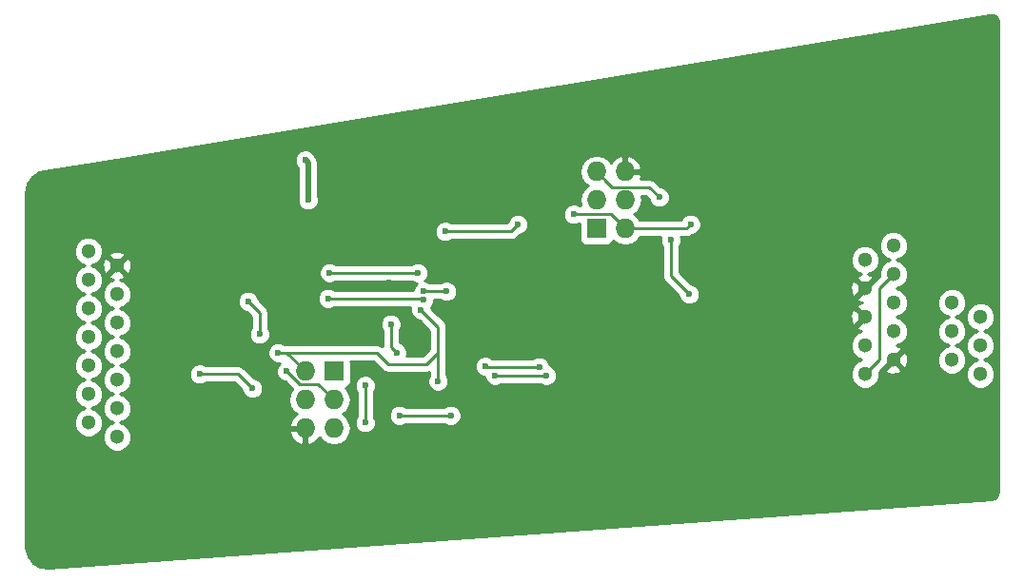
<source format=gbr>
G04 #@! TF.FileFunction,Copper,L2,Bot,Signal*
%FSLAX46Y46*%
G04 Gerber Fmt 4.6, Leading zero omitted, Abs format (unit mm)*
G04 Created by KiCad (PCBNEW 4.0.7-e2-6376~58~ubuntu16.04.1) date Mon Feb 19 20:22:05 2018*
%MOMM*%
%LPD*%
G01*
G04 APERTURE LIST*
%ADD10C,0.100000*%
%ADD11C,1.300000*%
%ADD12R,1.727200X1.727200*%
%ADD13O,1.727200X1.727200*%
%ADD14C,0.600000*%
%ADD15C,0.254000*%
%ADD16C,0.508000*%
G04 APERTURE END LIST*
D10*
D11*
X179705000Y-43561000D03*
X179705000Y-46101000D03*
X179705000Y-48641000D03*
X179705000Y-41021000D03*
X182245000Y-47371000D03*
X182245000Y-44831000D03*
X182245000Y-42291000D03*
X182245000Y-39751000D03*
X179705000Y-38481000D03*
X182245000Y-37211000D03*
X110617000Y-42799000D03*
X110617000Y-40259000D03*
X110617000Y-37719000D03*
X110617000Y-45339000D03*
X113157000Y-38989000D03*
X113157000Y-41529000D03*
X113157000Y-44069000D03*
X113157000Y-46609000D03*
X110617000Y-47879000D03*
X113157000Y-49149000D03*
X110617000Y-50419000D03*
X113157000Y-51689000D03*
X110617000Y-52959000D03*
X113157000Y-54229000D03*
X187452000Y-47371000D03*
X187452000Y-44831000D03*
X187452000Y-42291000D03*
X189992000Y-43561000D03*
X189992000Y-46101000D03*
X189992000Y-48641000D03*
D12*
X132461000Y-48387000D03*
D13*
X129921000Y-48387000D03*
X132461000Y-50927000D03*
X129921000Y-50927000D03*
X132461000Y-53467000D03*
X129921000Y-53467000D03*
D12*
X155829000Y-35687000D03*
D13*
X158369000Y-35687000D03*
X155829000Y-33147000D03*
X158369000Y-33147000D03*
X155829000Y-30607000D03*
X158369000Y-30607000D03*
D14*
X140462000Y-41275000D03*
X142494000Y-41275000D03*
X140208000Y-42926000D03*
X141732000Y-49276000D03*
X125857000Y-45085000D03*
X124841000Y-42164000D03*
X164211000Y-35306000D03*
X127508000Y-46736000D03*
X153797000Y-34417000D03*
X123190000Y-36830000D03*
X137414000Y-40513000D03*
X147447000Y-36830000D03*
X132207000Y-33528000D03*
X127000000Y-31623000D03*
X114935000Y-34290000D03*
X168529000Y-38354000D03*
X135890000Y-54864000D03*
X139573000Y-53848000D03*
X173863000Y-39624000D03*
X165227000Y-24511000D03*
X152654000Y-28194000D03*
X116078000Y-49530000D03*
X127127000Y-48768000D03*
X147955000Y-45466000D03*
X152400000Y-44577000D03*
X160909000Y-46990000D03*
X159639000Y-48387000D03*
X159639000Y-52324000D03*
X151638000Y-58420000D03*
X151892000Y-53721000D03*
X172339000Y-37211000D03*
X172720000Y-32639000D03*
X142367000Y-35941000D03*
X148844000Y-35306000D03*
X145923000Y-47936979D03*
X150749000Y-48006000D03*
X151384000Y-48768000D03*
X146812000Y-48768000D03*
X128270000Y-48387000D03*
X142875000Y-52324000D03*
X138303000Y-52324000D03*
X132080000Y-39624000D03*
X139954000Y-39624000D03*
X140462000Y-42025013D03*
X131953000Y-41910000D03*
X120523000Y-48641000D03*
X125222000Y-49911000D03*
X135255000Y-52959000D03*
X135255000Y-49657000D03*
X137541000Y-44196000D03*
X138049000Y-46736000D03*
X161417000Y-32893000D03*
X162433000Y-36703000D03*
X164084000Y-41529000D03*
X129921000Y-29591000D03*
X130175000Y-33147000D03*
D15*
X142494000Y-41275000D02*
X140462000Y-41275000D01*
X141732000Y-49276000D02*
X141732000Y-46736000D01*
X140716000Y-47752000D02*
X141732000Y-46736000D01*
X141732000Y-46736000D02*
X141732000Y-44450000D01*
X137287000Y-47752000D02*
X140716000Y-47752000D01*
X136271000Y-46736000D02*
X137287000Y-47752000D01*
X128270000Y-46736000D02*
X136271000Y-46736000D01*
X141732000Y-44450000D02*
X140208000Y-42926000D01*
X125140999Y-42463999D02*
X125857000Y-43180000D01*
X125857000Y-43180000D02*
X125857000Y-45085000D01*
X124841000Y-42164000D02*
X125140999Y-42463999D01*
X180975000Y-47371000D02*
X180975000Y-41021000D01*
X180975000Y-41021000D02*
X182245000Y-39751000D01*
X179705000Y-48641000D02*
X180975000Y-47371000D01*
X158369000Y-35687000D02*
X163830000Y-35687000D01*
X163830000Y-35687000D02*
X164211000Y-35306000D01*
X129921000Y-48387000D02*
X128270000Y-46736000D01*
X128270000Y-46736000D02*
X127508000Y-46736000D01*
X158369000Y-35687000D02*
X157099000Y-34417000D01*
X157099000Y-34417000D02*
X153797000Y-34417000D01*
X116078000Y-49530000D02*
X116377999Y-49230001D01*
X116377999Y-49230001D02*
X116332000Y-49276000D01*
X144526000Y-35941000D02*
X142367000Y-35941000D01*
X148209000Y-35941000D02*
X144526000Y-35941000D01*
X148844000Y-35306000D02*
X148209000Y-35941000D01*
X145992021Y-48006000D02*
X145923000Y-47936979D01*
X150749000Y-48006000D02*
X145992021Y-48006000D01*
X146812000Y-48768000D02*
X151384000Y-48768000D01*
X132461000Y-50927000D02*
X131061601Y-49527601D01*
X131061601Y-49527601D02*
X129410601Y-49527601D01*
X129410601Y-49527601D02*
X128270000Y-48387000D01*
X138303000Y-52324000D02*
X142875000Y-52324000D01*
X139954000Y-39624000D02*
X132080000Y-39624000D01*
X140346987Y-41910000D02*
X140462000Y-42025013D01*
X131953000Y-41910000D02*
X140346987Y-41910000D01*
X125222000Y-49911000D02*
X123952000Y-48641000D01*
X123952000Y-48641000D02*
X120523000Y-48641000D01*
X135255000Y-49657000D02*
X135255000Y-52959000D01*
X138049000Y-46736000D02*
X137541000Y-46228000D01*
X137541000Y-46228000D02*
X137541000Y-44196000D01*
X161417000Y-32893000D02*
X160530399Y-32006399D01*
X160530399Y-32006399D02*
X157228399Y-32006399D01*
X156692599Y-31470599D02*
X155829000Y-30607000D01*
X157228399Y-32006399D02*
X156692599Y-31470599D01*
X162433000Y-39878000D02*
X162433000Y-36703000D01*
X162560000Y-40005000D02*
X162433000Y-39878000D01*
X164084000Y-41529000D02*
X162560000Y-40005000D01*
D16*
X130175000Y-33147000D02*
X130175000Y-29845000D01*
X130175000Y-29845000D02*
X129921000Y-29591000D01*
D15*
G36*
X191137926Y-16715382D02*
X191341044Y-16807473D01*
X191493460Y-16970284D01*
X191586192Y-17216846D01*
X191593000Y-17299999D01*
X191593000Y-59114534D01*
X191536071Y-59400735D01*
X191412168Y-59586168D01*
X191216018Y-59717232D01*
X190995689Y-59769443D01*
X107123349Y-65874294D01*
X106342028Y-65777156D01*
X105717173Y-65422378D01*
X105275650Y-64855482D01*
X105069739Y-64108596D01*
X105066397Y-64016642D01*
X105066397Y-37973481D01*
X109331777Y-37973481D01*
X109526995Y-38445943D01*
X109888155Y-38807735D01*
X110325182Y-38989205D01*
X109890057Y-39168995D01*
X109528265Y-39530155D01*
X109332223Y-40002276D01*
X109331777Y-40513481D01*
X109526995Y-40985943D01*
X109888155Y-41347735D01*
X110325182Y-41529205D01*
X109890057Y-41708995D01*
X109528265Y-42070155D01*
X109332223Y-42542276D01*
X109331777Y-43053481D01*
X109526995Y-43525943D01*
X109888155Y-43887735D01*
X110325182Y-44069205D01*
X109890057Y-44248995D01*
X109528265Y-44610155D01*
X109332223Y-45082276D01*
X109331777Y-45593481D01*
X109526995Y-46065943D01*
X109888155Y-46427735D01*
X110325182Y-46609205D01*
X109890057Y-46788995D01*
X109528265Y-47150155D01*
X109332223Y-47622276D01*
X109331777Y-48133481D01*
X109526995Y-48605943D01*
X109888155Y-48967735D01*
X110325182Y-49149205D01*
X109890057Y-49328995D01*
X109528265Y-49690155D01*
X109332223Y-50162276D01*
X109331777Y-50673481D01*
X109526995Y-51145943D01*
X109888155Y-51507735D01*
X110325182Y-51689205D01*
X109890057Y-51868995D01*
X109528265Y-52230155D01*
X109332223Y-52702276D01*
X109331777Y-53213481D01*
X109526995Y-53685943D01*
X109888155Y-54047735D01*
X110360276Y-54243777D01*
X110871481Y-54244223D01*
X111343943Y-54049005D01*
X111705735Y-53687845D01*
X111901777Y-53215724D01*
X111902223Y-52704519D01*
X111707005Y-52232057D01*
X111345845Y-51870265D01*
X110908818Y-51688795D01*
X111343943Y-51509005D01*
X111705735Y-51147845D01*
X111901777Y-50675724D01*
X111902223Y-50164519D01*
X111707005Y-49692057D01*
X111345845Y-49330265D01*
X110908818Y-49148795D01*
X111343943Y-48969005D01*
X111705735Y-48607845D01*
X111901777Y-48135724D01*
X111902223Y-47624519D01*
X111707005Y-47152057D01*
X111345845Y-46790265D01*
X110908818Y-46608795D01*
X111343943Y-46429005D01*
X111705735Y-46067845D01*
X111901777Y-45595724D01*
X111902223Y-45084519D01*
X111707005Y-44612057D01*
X111345845Y-44250265D01*
X110908818Y-44068795D01*
X111343943Y-43889005D01*
X111705735Y-43527845D01*
X111901777Y-43055724D01*
X111902223Y-42544519D01*
X111707005Y-42072057D01*
X111418934Y-41783481D01*
X111871777Y-41783481D01*
X112066995Y-42255943D01*
X112428155Y-42617735D01*
X112865182Y-42799205D01*
X112430057Y-42978995D01*
X112068265Y-43340155D01*
X111872223Y-43812276D01*
X111871777Y-44323481D01*
X112066995Y-44795943D01*
X112428155Y-45157735D01*
X112865182Y-45339205D01*
X112430057Y-45518995D01*
X112068265Y-45880155D01*
X111872223Y-46352276D01*
X111871777Y-46863481D01*
X112066995Y-47335943D01*
X112428155Y-47697735D01*
X112865182Y-47879205D01*
X112430057Y-48058995D01*
X112068265Y-48420155D01*
X111872223Y-48892276D01*
X111871777Y-49403481D01*
X112066995Y-49875943D01*
X112428155Y-50237735D01*
X112865182Y-50419205D01*
X112430057Y-50598995D01*
X112068265Y-50960155D01*
X111872223Y-51432276D01*
X111871777Y-51943481D01*
X112066995Y-52415943D01*
X112428155Y-52777735D01*
X112865182Y-52959205D01*
X112430057Y-53138995D01*
X112068265Y-53500155D01*
X111872223Y-53972276D01*
X111871777Y-54483481D01*
X112066995Y-54955943D01*
X112428155Y-55317735D01*
X112900276Y-55513777D01*
X113411481Y-55514223D01*
X113883943Y-55319005D01*
X114245735Y-54957845D01*
X114441777Y-54485724D01*
X114442223Y-53974519D01*
X114380867Y-53826026D01*
X128466042Y-53826026D01*
X128638312Y-54241947D01*
X129032510Y-54673821D01*
X129561973Y-54921968D01*
X129794000Y-54801469D01*
X129794000Y-53594000D01*
X128587183Y-53594000D01*
X128466042Y-53826026D01*
X114380867Y-53826026D01*
X114247005Y-53502057D01*
X113885845Y-53140265D01*
X113448818Y-52958795D01*
X113883943Y-52779005D01*
X114245735Y-52417845D01*
X114441777Y-51945724D01*
X114442223Y-51434519D01*
X114247005Y-50962057D01*
X113885845Y-50600265D01*
X113448818Y-50418795D01*
X113883943Y-50239005D01*
X114245735Y-49877845D01*
X114441777Y-49405724D01*
X114442223Y-48894519D01*
X114413981Y-48826167D01*
X119587838Y-48826167D01*
X119729883Y-49169943D01*
X119992673Y-49433192D01*
X120336201Y-49575838D01*
X120708167Y-49576162D01*
X121051943Y-49434117D01*
X121083114Y-49403000D01*
X123636370Y-49403000D01*
X124286875Y-50053506D01*
X124286838Y-50096167D01*
X124428883Y-50439943D01*
X124691673Y-50703192D01*
X125035201Y-50845838D01*
X125407167Y-50846162D01*
X125750943Y-50704117D01*
X126014192Y-50441327D01*
X126156838Y-50097799D01*
X126157162Y-49725833D01*
X126015117Y-49382057D01*
X125752327Y-49118808D01*
X125408799Y-48976162D01*
X125364754Y-48976124D01*
X124490815Y-48102185D01*
X124480655Y-48095396D01*
X124243605Y-47937004D01*
X123952000Y-47879000D01*
X121083466Y-47879000D01*
X121053327Y-47848808D01*
X120709799Y-47706162D01*
X120337833Y-47705838D01*
X119994057Y-47847883D01*
X119730808Y-48110673D01*
X119588162Y-48454201D01*
X119587838Y-48826167D01*
X114413981Y-48826167D01*
X114247005Y-48422057D01*
X113885845Y-48060265D01*
X113448818Y-47878795D01*
X113883943Y-47699005D01*
X114245735Y-47337845D01*
X114418755Y-46921167D01*
X126572838Y-46921167D01*
X126714883Y-47264943D01*
X126977673Y-47528192D01*
X127321201Y-47670838D01*
X127663669Y-47671136D01*
X127477808Y-47856673D01*
X127335162Y-48200201D01*
X127334838Y-48572167D01*
X127476883Y-48915943D01*
X127739673Y-49179192D01*
X128083201Y-49321838D01*
X128127246Y-49321876D01*
X128768176Y-49962807D01*
X128507115Y-50353511D01*
X128393041Y-50927000D01*
X128507115Y-51500489D01*
X128831971Y-51986670D01*
X129155228Y-52202664D01*
X129032510Y-52260179D01*
X128638312Y-52692053D01*
X128466042Y-53107974D01*
X128587183Y-53340000D01*
X129794000Y-53340000D01*
X129794000Y-53320000D01*
X130048000Y-53320000D01*
X130048000Y-53340000D01*
X130068000Y-53340000D01*
X130068000Y-53594000D01*
X130048000Y-53594000D01*
X130048000Y-54801469D01*
X130280027Y-54921968D01*
X130809490Y-54673821D01*
X131191008Y-54255839D01*
X131371971Y-54526670D01*
X131858152Y-54851526D01*
X132431641Y-54965600D01*
X132490359Y-54965600D01*
X133063848Y-54851526D01*
X133550029Y-54526670D01*
X133874885Y-54040489D01*
X133988959Y-53467000D01*
X133874885Y-52893511D01*
X133550029Y-52407330D01*
X133235248Y-52197000D01*
X133550029Y-51986670D01*
X133874885Y-51500489D01*
X133988959Y-50927000D01*
X133874885Y-50353511D01*
X133550029Y-49867330D01*
X133536358Y-49858195D01*
X133559917Y-49853762D01*
X133577936Y-49842167D01*
X134319838Y-49842167D01*
X134461883Y-50185943D01*
X134493000Y-50217114D01*
X134493000Y-52398534D01*
X134462808Y-52428673D01*
X134320162Y-52772201D01*
X134319838Y-53144167D01*
X134461883Y-53487943D01*
X134724673Y-53751192D01*
X135068201Y-53893838D01*
X135440167Y-53894162D01*
X135783943Y-53752117D01*
X136047192Y-53489327D01*
X136189838Y-53145799D01*
X136190162Y-52773833D01*
X136080805Y-52509167D01*
X137367838Y-52509167D01*
X137509883Y-52852943D01*
X137772673Y-53116192D01*
X138116201Y-53258838D01*
X138488167Y-53259162D01*
X138831943Y-53117117D01*
X138863114Y-53086000D01*
X142314534Y-53086000D01*
X142344673Y-53116192D01*
X142688201Y-53258838D01*
X143060167Y-53259162D01*
X143403943Y-53117117D01*
X143667192Y-52854327D01*
X143809838Y-52510799D01*
X143810162Y-52138833D01*
X143668117Y-51795057D01*
X143405327Y-51531808D01*
X143061799Y-51389162D01*
X142689833Y-51388838D01*
X142346057Y-51530883D01*
X142314886Y-51562000D01*
X138863466Y-51562000D01*
X138833327Y-51531808D01*
X138489799Y-51389162D01*
X138117833Y-51388838D01*
X137774057Y-51530883D01*
X137510808Y-51793673D01*
X137368162Y-52137201D01*
X137367838Y-52509167D01*
X136080805Y-52509167D01*
X136048117Y-52430057D01*
X136017000Y-52398886D01*
X136017000Y-50217466D01*
X136047192Y-50187327D01*
X136189838Y-49843799D01*
X136190162Y-49471833D01*
X136048117Y-49128057D01*
X135785327Y-48864808D01*
X135441799Y-48722162D01*
X135069833Y-48721838D01*
X134726057Y-48863883D01*
X134462808Y-49126673D01*
X134320162Y-49470201D01*
X134319838Y-49842167D01*
X133577936Y-49842167D01*
X133776041Y-49714690D01*
X133921031Y-49502490D01*
X133972040Y-49250600D01*
X133972040Y-47523400D01*
X133967261Y-47498000D01*
X135955370Y-47498000D01*
X136748185Y-48290815D01*
X136995395Y-48455996D01*
X137287000Y-48514000D01*
X140716000Y-48514000D01*
X140970000Y-48463476D01*
X140970000Y-48715534D01*
X140939808Y-48745673D01*
X140797162Y-49089201D01*
X140796838Y-49461167D01*
X140938883Y-49804943D01*
X141201673Y-50068192D01*
X141545201Y-50210838D01*
X141917167Y-50211162D01*
X142260943Y-50069117D01*
X142524192Y-49806327D01*
X142666838Y-49462799D01*
X142667162Y-49090833D01*
X142525117Y-48747057D01*
X142494000Y-48715886D01*
X142494000Y-48122146D01*
X144987838Y-48122146D01*
X145129883Y-48465922D01*
X145392673Y-48729171D01*
X145736201Y-48871817D01*
X145876909Y-48871940D01*
X145876838Y-48953167D01*
X146018883Y-49296943D01*
X146281673Y-49560192D01*
X146625201Y-49702838D01*
X146997167Y-49703162D01*
X147340943Y-49561117D01*
X147372114Y-49530000D01*
X150823534Y-49530000D01*
X150853673Y-49560192D01*
X151197201Y-49702838D01*
X151569167Y-49703162D01*
X151912943Y-49561117D01*
X152176192Y-49298327D01*
X152318838Y-48954799D01*
X152319162Y-48582833D01*
X152177117Y-48239057D01*
X151914327Y-47975808D01*
X151684110Y-47880213D01*
X151684162Y-47820833D01*
X151542117Y-47477057D01*
X151279327Y-47213808D01*
X150935799Y-47071162D01*
X150563833Y-47070838D01*
X150220057Y-47212883D01*
X150188886Y-47244000D01*
X146552367Y-47244000D01*
X146453327Y-47144787D01*
X146109799Y-47002141D01*
X145737833Y-47001817D01*
X145394057Y-47143862D01*
X145130808Y-47406652D01*
X144988162Y-47750180D01*
X144987838Y-48122146D01*
X142494000Y-48122146D01*
X142494000Y-46355481D01*
X178419777Y-46355481D01*
X178614995Y-46827943D01*
X178976155Y-47189735D01*
X179413182Y-47371205D01*
X178978057Y-47550995D01*
X178616265Y-47912155D01*
X178420223Y-48384276D01*
X178419777Y-48895481D01*
X178614995Y-49367943D01*
X178976155Y-49729735D01*
X179448276Y-49925777D01*
X179959481Y-49926223D01*
X180431943Y-49731005D01*
X180793735Y-49369845D01*
X180989777Y-48897724D01*
X180990182Y-48433449D01*
X181153615Y-48270016D01*
X181525590Y-48270016D01*
X181581271Y-48500611D01*
X182064078Y-48668622D01*
X182574428Y-48639083D01*
X182908729Y-48500611D01*
X182964410Y-48270016D01*
X182245000Y-47550605D01*
X181525590Y-48270016D01*
X181153615Y-48270016D01*
X181335703Y-48087928D01*
X181345984Y-48090410D01*
X182065395Y-47371000D01*
X182424605Y-47371000D01*
X183144016Y-48090410D01*
X183374611Y-48034729D01*
X183542622Y-47551922D01*
X183513083Y-47041572D01*
X183374611Y-46707271D01*
X183144016Y-46651590D01*
X182424605Y-47371000D01*
X182065395Y-47371000D01*
X182051253Y-47356858D01*
X182230858Y-47177252D01*
X182245000Y-47191395D01*
X182964410Y-46471984D01*
X182908729Y-46241389D01*
X182522140Y-46106861D01*
X182971943Y-45921005D01*
X183333735Y-45559845D01*
X183529777Y-45087724D01*
X183530223Y-44576519D01*
X183335005Y-44104057D01*
X182973845Y-43742265D01*
X182536818Y-43560795D01*
X182971943Y-43381005D01*
X183333735Y-43019845D01*
X183529777Y-42547724D01*
X183529778Y-42545481D01*
X186166777Y-42545481D01*
X186361995Y-43017943D01*
X186723155Y-43379735D01*
X187160182Y-43561205D01*
X186725057Y-43740995D01*
X186363265Y-44102155D01*
X186167223Y-44574276D01*
X186166777Y-45085481D01*
X186361995Y-45557943D01*
X186723155Y-45919735D01*
X187160182Y-46101205D01*
X186725057Y-46280995D01*
X186363265Y-46642155D01*
X186167223Y-47114276D01*
X186166777Y-47625481D01*
X186361995Y-48097943D01*
X186723155Y-48459735D01*
X187195276Y-48655777D01*
X187706481Y-48656223D01*
X188178943Y-48461005D01*
X188540735Y-48099845D01*
X188736777Y-47627724D01*
X188737223Y-47116519D01*
X188542005Y-46644057D01*
X188180845Y-46282265D01*
X187743818Y-46100795D01*
X188178943Y-45921005D01*
X188540735Y-45559845D01*
X188736777Y-45087724D01*
X188737223Y-44576519D01*
X188542005Y-44104057D01*
X188253934Y-43815481D01*
X188706777Y-43815481D01*
X188901995Y-44287943D01*
X189263155Y-44649735D01*
X189700182Y-44831205D01*
X189265057Y-45010995D01*
X188903265Y-45372155D01*
X188707223Y-45844276D01*
X188706777Y-46355481D01*
X188901995Y-46827943D01*
X189263155Y-47189735D01*
X189700182Y-47371205D01*
X189265057Y-47550995D01*
X188903265Y-47912155D01*
X188707223Y-48384276D01*
X188706777Y-48895481D01*
X188901995Y-49367943D01*
X189263155Y-49729735D01*
X189735276Y-49925777D01*
X190246481Y-49926223D01*
X190718943Y-49731005D01*
X191080735Y-49369845D01*
X191276777Y-48897724D01*
X191277223Y-48386519D01*
X191082005Y-47914057D01*
X190720845Y-47552265D01*
X190283818Y-47370795D01*
X190718943Y-47191005D01*
X191080735Y-46829845D01*
X191276777Y-46357724D01*
X191277223Y-45846519D01*
X191082005Y-45374057D01*
X190720845Y-45012265D01*
X190283818Y-44830795D01*
X190718943Y-44651005D01*
X191080735Y-44289845D01*
X191276777Y-43817724D01*
X191277223Y-43306519D01*
X191082005Y-42834057D01*
X190720845Y-42472265D01*
X190248724Y-42276223D01*
X189737519Y-42275777D01*
X189265057Y-42470995D01*
X188903265Y-42832155D01*
X188707223Y-43304276D01*
X188706777Y-43815481D01*
X188253934Y-43815481D01*
X188180845Y-43742265D01*
X187743818Y-43560795D01*
X188178943Y-43381005D01*
X188540735Y-43019845D01*
X188736777Y-42547724D01*
X188737223Y-42036519D01*
X188542005Y-41564057D01*
X188180845Y-41202265D01*
X187708724Y-41006223D01*
X187197519Y-41005777D01*
X186725057Y-41200995D01*
X186363265Y-41562155D01*
X186167223Y-42034276D01*
X186166777Y-42545481D01*
X183529778Y-42545481D01*
X183530223Y-42036519D01*
X183335005Y-41564057D01*
X182973845Y-41202265D01*
X182536818Y-41020795D01*
X182971943Y-40841005D01*
X183333735Y-40479845D01*
X183529777Y-40007724D01*
X183530223Y-39496519D01*
X183335005Y-39024057D01*
X182973845Y-38662265D01*
X182536818Y-38480795D01*
X182971943Y-38301005D01*
X183333735Y-37939845D01*
X183529777Y-37467724D01*
X183530223Y-36956519D01*
X183335005Y-36484057D01*
X182973845Y-36122265D01*
X182501724Y-35926223D01*
X181990519Y-35925777D01*
X181518057Y-36120995D01*
X181156265Y-36482155D01*
X180960223Y-36954276D01*
X180959777Y-37465481D01*
X181154995Y-37937943D01*
X181516155Y-38299735D01*
X181953182Y-38481205D01*
X181518057Y-38660995D01*
X181156265Y-39022155D01*
X180960223Y-39494276D01*
X180959818Y-39958552D01*
X180614297Y-40304073D01*
X180604016Y-40301590D01*
X179884605Y-41021000D01*
X179898748Y-41035143D01*
X179719142Y-41214748D01*
X179705000Y-41200605D01*
X178985590Y-41920016D01*
X179041271Y-42150611D01*
X179439566Y-42289213D01*
X179375572Y-42292917D01*
X179041271Y-42431389D01*
X178985590Y-42661984D01*
X179705000Y-43381395D01*
X179719142Y-43367252D01*
X179898748Y-43546858D01*
X179884605Y-43561000D01*
X179898748Y-43575143D01*
X179719142Y-43754748D01*
X179705000Y-43740605D01*
X178985590Y-44460016D01*
X179041271Y-44690611D01*
X179427860Y-44825139D01*
X178978057Y-45010995D01*
X178616265Y-45372155D01*
X178420223Y-45844276D01*
X178419777Y-46355481D01*
X142494000Y-46355481D01*
X142494000Y-44450000D01*
X142435996Y-44158395D01*
X142430278Y-44149838D01*
X142270815Y-43911184D01*
X141739709Y-43380078D01*
X178407378Y-43380078D01*
X178436917Y-43890428D01*
X178575389Y-44224729D01*
X178805984Y-44280410D01*
X179525395Y-43561000D01*
X178805984Y-42841590D01*
X178575389Y-42897271D01*
X178407378Y-43380078D01*
X141739709Y-43380078D01*
X141143125Y-42783495D01*
X141143162Y-42740833D01*
X141121323Y-42687978D01*
X141254192Y-42555340D01*
X141396838Y-42211812D01*
X141396990Y-42037000D01*
X141933534Y-42037000D01*
X141963673Y-42067192D01*
X142307201Y-42209838D01*
X142679167Y-42210162D01*
X143022943Y-42068117D01*
X143286192Y-41805327D01*
X143428838Y-41461799D01*
X143429162Y-41089833D01*
X143287117Y-40746057D01*
X143024327Y-40482808D01*
X142680799Y-40340162D01*
X142308833Y-40339838D01*
X141965057Y-40481883D01*
X141933886Y-40513000D01*
X141022466Y-40513000D01*
X140992327Y-40482808D01*
X140648799Y-40340162D01*
X140560110Y-40340085D01*
X140746192Y-40154327D01*
X140888838Y-39810799D01*
X140889162Y-39438833D01*
X140747117Y-39095057D01*
X140484327Y-38831808D01*
X140140799Y-38689162D01*
X139768833Y-38688838D01*
X139425057Y-38830883D01*
X139393886Y-38862000D01*
X132640466Y-38862000D01*
X132610327Y-38831808D01*
X132266799Y-38689162D01*
X131894833Y-38688838D01*
X131551057Y-38830883D01*
X131287808Y-39093673D01*
X131145162Y-39437201D01*
X131144838Y-39809167D01*
X131286883Y-40152943D01*
X131549673Y-40416192D01*
X131893201Y-40558838D01*
X132265167Y-40559162D01*
X132608943Y-40417117D01*
X132640114Y-40386000D01*
X139393534Y-40386000D01*
X139423673Y-40416192D01*
X139767201Y-40558838D01*
X139855890Y-40558915D01*
X139669808Y-40744673D01*
X139527162Y-41088201D01*
X139527110Y-41148000D01*
X132513466Y-41148000D01*
X132483327Y-41117808D01*
X132139799Y-40975162D01*
X131767833Y-40974838D01*
X131424057Y-41116883D01*
X131160808Y-41379673D01*
X131018162Y-41723201D01*
X131017838Y-42095167D01*
X131159883Y-42438943D01*
X131422673Y-42702192D01*
X131766201Y-42844838D01*
X132138167Y-42845162D01*
X132481943Y-42703117D01*
X132513114Y-42672000D01*
X139301066Y-42672000D01*
X139273162Y-42739201D01*
X139272838Y-43111167D01*
X139414883Y-43454943D01*
X139677673Y-43718192D01*
X140021201Y-43860838D01*
X140065246Y-43860876D01*
X140970000Y-44765631D01*
X140970000Y-46420370D01*
X140400370Y-46990000D01*
X138955934Y-46990000D01*
X138983838Y-46922799D01*
X138984162Y-46550833D01*
X138842117Y-46207057D01*
X138579327Y-45943808D01*
X138303000Y-45829066D01*
X138303000Y-44756466D01*
X138333192Y-44726327D01*
X138475838Y-44382799D01*
X138476162Y-44010833D01*
X138334117Y-43667057D01*
X138071327Y-43403808D01*
X137727799Y-43261162D01*
X137355833Y-43260838D01*
X137012057Y-43402883D01*
X136748808Y-43665673D01*
X136606162Y-44009201D01*
X136605838Y-44381167D01*
X136747883Y-44724943D01*
X136779000Y-44756114D01*
X136779000Y-46176595D01*
X136688647Y-46116223D01*
X136562605Y-46032004D01*
X136271000Y-45974000D01*
X128068466Y-45974000D01*
X128038327Y-45943808D01*
X127694799Y-45801162D01*
X127322833Y-45800838D01*
X126979057Y-45942883D01*
X126715808Y-46205673D01*
X126573162Y-46549201D01*
X126572838Y-46921167D01*
X114418755Y-46921167D01*
X114441777Y-46865724D01*
X114442223Y-46354519D01*
X114247005Y-45882057D01*
X113885845Y-45520265D01*
X113448818Y-45338795D01*
X113883943Y-45159005D01*
X114245735Y-44797845D01*
X114441777Y-44325724D01*
X114442223Y-43814519D01*
X114247005Y-43342057D01*
X113885845Y-42980265D01*
X113448818Y-42798795D01*
X113883943Y-42619005D01*
X114154253Y-42349167D01*
X123905838Y-42349167D01*
X124047883Y-42692943D01*
X124310673Y-42956192D01*
X124654201Y-43098838D01*
X124698246Y-43098876D01*
X125095000Y-43495631D01*
X125095000Y-44524534D01*
X125064808Y-44554673D01*
X124922162Y-44898201D01*
X124921838Y-45270167D01*
X125063883Y-45613943D01*
X125326673Y-45877192D01*
X125670201Y-46019838D01*
X126042167Y-46020162D01*
X126385943Y-45878117D01*
X126649192Y-45615327D01*
X126791838Y-45271799D01*
X126792162Y-44899833D01*
X126650117Y-44556057D01*
X126619000Y-44524886D01*
X126619000Y-43180000D01*
X126560996Y-42888395D01*
X126529722Y-42841590D01*
X126395815Y-42641184D01*
X125776125Y-42021495D01*
X125776162Y-41978833D01*
X125634117Y-41635057D01*
X125371327Y-41371808D01*
X125027799Y-41229162D01*
X124655833Y-41228838D01*
X124312057Y-41370883D01*
X124048808Y-41633673D01*
X123906162Y-41977201D01*
X123905838Y-42349167D01*
X114154253Y-42349167D01*
X114245735Y-42257845D01*
X114441777Y-41785724D01*
X114442223Y-41274519D01*
X114247005Y-40802057D01*
X113885845Y-40440265D01*
X113449800Y-40259203D01*
X113486428Y-40257083D01*
X113820729Y-40118611D01*
X113876410Y-39888016D01*
X113157000Y-39168605D01*
X112437590Y-39888016D01*
X112493271Y-40118611D01*
X112879860Y-40253139D01*
X112430057Y-40438995D01*
X112068265Y-40800155D01*
X111872223Y-41272276D01*
X111871777Y-41783481D01*
X111418934Y-41783481D01*
X111345845Y-41710265D01*
X110908818Y-41528795D01*
X111343943Y-41349005D01*
X111705735Y-40987845D01*
X111901777Y-40515724D01*
X111902223Y-40004519D01*
X111707005Y-39532057D01*
X111345845Y-39170265D01*
X110908818Y-38988795D01*
X111343943Y-38809005D01*
X111344871Y-38808078D01*
X111859378Y-38808078D01*
X111888917Y-39318428D01*
X112027389Y-39652729D01*
X112257984Y-39708410D01*
X112977395Y-38989000D01*
X113336605Y-38989000D01*
X114056016Y-39708410D01*
X114286611Y-39652729D01*
X114454622Y-39169922D01*
X114425083Y-38659572D01*
X114286611Y-38325271D01*
X114056016Y-38269590D01*
X113336605Y-38989000D01*
X112977395Y-38989000D01*
X112257984Y-38269590D01*
X112027389Y-38325271D01*
X111859378Y-38808078D01*
X111344871Y-38808078D01*
X111705735Y-38447845D01*
X111854332Y-38089984D01*
X112437590Y-38089984D01*
X113157000Y-38809395D01*
X113876410Y-38089984D01*
X113820729Y-37859389D01*
X113337922Y-37691378D01*
X112827572Y-37720917D01*
X112493271Y-37859389D01*
X112437590Y-38089984D01*
X111854332Y-38089984D01*
X111901777Y-37975724D01*
X111902223Y-37464519D01*
X111707005Y-36992057D01*
X111345845Y-36630265D01*
X110873724Y-36434223D01*
X110362519Y-36433777D01*
X109890057Y-36628995D01*
X109528265Y-36990155D01*
X109332223Y-37462276D01*
X109331777Y-37973481D01*
X105066397Y-37973481D01*
X105066397Y-36126167D01*
X141431838Y-36126167D01*
X141573883Y-36469943D01*
X141836673Y-36733192D01*
X142180201Y-36875838D01*
X142552167Y-36876162D01*
X142895943Y-36734117D01*
X142927114Y-36703000D01*
X148209000Y-36703000D01*
X148500605Y-36644996D01*
X148747815Y-36479815D01*
X148986506Y-36241125D01*
X149029167Y-36241162D01*
X149372943Y-36099117D01*
X149636192Y-35836327D01*
X149778838Y-35492799D01*
X149779162Y-35120833D01*
X149637117Y-34777057D01*
X149462532Y-34602167D01*
X152861838Y-34602167D01*
X153003883Y-34945943D01*
X153266673Y-35209192D01*
X153610201Y-35351838D01*
X153982167Y-35352162D01*
X154317960Y-35213416D01*
X154317960Y-36550600D01*
X154362238Y-36785917D01*
X154501310Y-37002041D01*
X154713510Y-37147031D01*
X154965400Y-37198040D01*
X156692600Y-37198040D01*
X156927917Y-37153762D01*
X157144041Y-37014690D01*
X157289031Y-36802490D01*
X157297908Y-36758655D01*
X157766152Y-37071526D01*
X158339641Y-37185600D01*
X158398359Y-37185600D01*
X158971848Y-37071526D01*
X159458029Y-36746670D01*
X159656926Y-36449000D01*
X161526066Y-36449000D01*
X161498162Y-36516201D01*
X161497838Y-36888167D01*
X161639883Y-37231943D01*
X161671000Y-37263114D01*
X161671000Y-39878000D01*
X161729004Y-40169605D01*
X161842967Y-40340162D01*
X161894185Y-40416815D01*
X162021185Y-40543815D01*
X163148875Y-41671506D01*
X163148838Y-41714167D01*
X163290883Y-42057943D01*
X163553673Y-42321192D01*
X163897201Y-42463838D01*
X164269167Y-42464162D01*
X164612943Y-42322117D01*
X164876192Y-42059327D01*
X165018838Y-41715799D01*
X165019162Y-41343833D01*
X164877117Y-41000057D01*
X164717417Y-40840078D01*
X178407378Y-40840078D01*
X178436917Y-41350428D01*
X178575389Y-41684729D01*
X178805984Y-41740410D01*
X179525395Y-41021000D01*
X178805984Y-40301590D01*
X178575389Y-40357271D01*
X178407378Y-40840078D01*
X164717417Y-40840078D01*
X164614327Y-40736808D01*
X164270799Y-40594162D01*
X164226754Y-40594124D01*
X163195000Y-39562370D01*
X163195000Y-38735481D01*
X178419777Y-38735481D01*
X178614995Y-39207943D01*
X178976155Y-39569735D01*
X179412200Y-39750797D01*
X179375572Y-39752917D01*
X179041271Y-39891389D01*
X178985590Y-40121984D01*
X179705000Y-40841395D01*
X180424410Y-40121984D01*
X180368729Y-39891389D01*
X179982140Y-39756861D01*
X180431943Y-39571005D01*
X180793735Y-39209845D01*
X180989777Y-38737724D01*
X180990223Y-38226519D01*
X180795005Y-37754057D01*
X180433845Y-37392265D01*
X179961724Y-37196223D01*
X179450519Y-37195777D01*
X178978057Y-37390995D01*
X178616265Y-37752155D01*
X178420223Y-38224276D01*
X178419777Y-38735481D01*
X163195000Y-38735481D01*
X163195000Y-37263466D01*
X163225192Y-37233327D01*
X163367838Y-36889799D01*
X163368162Y-36517833D01*
X163339721Y-36449000D01*
X163830000Y-36449000D01*
X164121605Y-36390996D01*
X164345912Y-36241118D01*
X164396167Y-36241162D01*
X164739943Y-36099117D01*
X165003192Y-35836327D01*
X165145838Y-35492799D01*
X165146162Y-35120833D01*
X165004117Y-34777057D01*
X164741327Y-34513808D01*
X164397799Y-34371162D01*
X164025833Y-34370838D01*
X163682057Y-34512883D01*
X163418808Y-34775673D01*
X163356802Y-34925000D01*
X159656926Y-34925000D01*
X159458029Y-34627330D01*
X159143248Y-34417000D01*
X159458029Y-34206670D01*
X159782885Y-33720489D01*
X159896959Y-33147000D01*
X159821651Y-32768399D01*
X160214769Y-32768399D01*
X160481875Y-33035505D01*
X160481838Y-33078167D01*
X160623883Y-33421943D01*
X160886673Y-33685192D01*
X161230201Y-33827838D01*
X161602167Y-33828162D01*
X161945943Y-33686117D01*
X162209192Y-33423327D01*
X162351838Y-33079799D01*
X162352162Y-32707833D01*
X162210117Y-32364057D01*
X161947327Y-32100808D01*
X161603799Y-31958162D01*
X161559754Y-31958124D01*
X161069214Y-31467584D01*
X160822004Y-31302403D01*
X160530399Y-31244399D01*
X159708659Y-31244399D01*
X159823958Y-30966026D01*
X159702817Y-30734000D01*
X158496000Y-30734000D01*
X158496000Y-30754000D01*
X158242000Y-30754000D01*
X158242000Y-30734000D01*
X158222000Y-30734000D01*
X158222000Y-30480000D01*
X158242000Y-30480000D01*
X158242000Y-29272531D01*
X158496000Y-29272531D01*
X158496000Y-30480000D01*
X159702817Y-30480000D01*
X159823958Y-30247974D01*
X159651688Y-29832053D01*
X159257490Y-29400179D01*
X158728027Y-29152032D01*
X158496000Y-29272531D01*
X158242000Y-29272531D01*
X158009973Y-29152032D01*
X157480510Y-29400179D01*
X157098992Y-29818161D01*
X156918029Y-29547330D01*
X156431848Y-29222474D01*
X155858359Y-29108400D01*
X155799641Y-29108400D01*
X155226152Y-29222474D01*
X154739971Y-29547330D01*
X154415115Y-30033511D01*
X154301041Y-30607000D01*
X154415115Y-31180489D01*
X154739971Y-31666670D01*
X155054752Y-31877000D01*
X154739971Y-32087330D01*
X154415115Y-32573511D01*
X154301041Y-33147000D01*
X154402088Y-33655000D01*
X154357466Y-33655000D01*
X154327327Y-33624808D01*
X153983799Y-33482162D01*
X153611833Y-33481838D01*
X153268057Y-33623883D01*
X153004808Y-33886673D01*
X152862162Y-34230201D01*
X152861838Y-34602167D01*
X149462532Y-34602167D01*
X149374327Y-34513808D01*
X149030799Y-34371162D01*
X148658833Y-34370838D01*
X148315057Y-34512883D01*
X148051808Y-34775673D01*
X147909162Y-35119201D01*
X147909124Y-35163246D01*
X147893370Y-35179000D01*
X142927466Y-35179000D01*
X142897327Y-35148808D01*
X142553799Y-35006162D01*
X142181833Y-35005838D01*
X141838057Y-35147883D01*
X141574808Y-35410673D01*
X141432162Y-35754201D01*
X141431838Y-36126167D01*
X105066397Y-36126167D01*
X105066397Y-32488573D01*
X105219999Y-31716365D01*
X105619204Y-31118913D01*
X106240658Y-30703669D01*
X106658451Y-30584416D01*
X111561285Y-29776167D01*
X128985838Y-29776167D01*
X129127883Y-30119943D01*
X129286000Y-30278336D01*
X129286000Y-32849811D01*
X129240162Y-32960201D01*
X129239838Y-33332167D01*
X129381883Y-33675943D01*
X129644673Y-33939192D01*
X129988201Y-34081838D01*
X130360167Y-34082162D01*
X130703943Y-33940117D01*
X130967192Y-33677327D01*
X131109838Y-33333799D01*
X131110162Y-32961833D01*
X131064000Y-32850112D01*
X131064000Y-29845000D01*
X130996329Y-29504794D01*
X130803618Y-29216382D01*
X130759762Y-29172526D01*
X130714117Y-29062057D01*
X130451327Y-28798808D01*
X130107799Y-28656162D01*
X129735833Y-28655838D01*
X129392057Y-28797883D01*
X129128808Y-29060673D01*
X128986162Y-29404201D01*
X128985838Y-29776167D01*
X111561285Y-29776167D01*
X190846279Y-16705765D01*
X191137926Y-16715382D01*
X191137926Y-16715382D01*
G37*
X191137926Y-16715382D02*
X191341044Y-16807473D01*
X191493460Y-16970284D01*
X191586192Y-17216846D01*
X191593000Y-17299999D01*
X191593000Y-59114534D01*
X191536071Y-59400735D01*
X191412168Y-59586168D01*
X191216018Y-59717232D01*
X190995689Y-59769443D01*
X107123349Y-65874294D01*
X106342028Y-65777156D01*
X105717173Y-65422378D01*
X105275650Y-64855482D01*
X105069739Y-64108596D01*
X105066397Y-64016642D01*
X105066397Y-37973481D01*
X109331777Y-37973481D01*
X109526995Y-38445943D01*
X109888155Y-38807735D01*
X110325182Y-38989205D01*
X109890057Y-39168995D01*
X109528265Y-39530155D01*
X109332223Y-40002276D01*
X109331777Y-40513481D01*
X109526995Y-40985943D01*
X109888155Y-41347735D01*
X110325182Y-41529205D01*
X109890057Y-41708995D01*
X109528265Y-42070155D01*
X109332223Y-42542276D01*
X109331777Y-43053481D01*
X109526995Y-43525943D01*
X109888155Y-43887735D01*
X110325182Y-44069205D01*
X109890057Y-44248995D01*
X109528265Y-44610155D01*
X109332223Y-45082276D01*
X109331777Y-45593481D01*
X109526995Y-46065943D01*
X109888155Y-46427735D01*
X110325182Y-46609205D01*
X109890057Y-46788995D01*
X109528265Y-47150155D01*
X109332223Y-47622276D01*
X109331777Y-48133481D01*
X109526995Y-48605943D01*
X109888155Y-48967735D01*
X110325182Y-49149205D01*
X109890057Y-49328995D01*
X109528265Y-49690155D01*
X109332223Y-50162276D01*
X109331777Y-50673481D01*
X109526995Y-51145943D01*
X109888155Y-51507735D01*
X110325182Y-51689205D01*
X109890057Y-51868995D01*
X109528265Y-52230155D01*
X109332223Y-52702276D01*
X109331777Y-53213481D01*
X109526995Y-53685943D01*
X109888155Y-54047735D01*
X110360276Y-54243777D01*
X110871481Y-54244223D01*
X111343943Y-54049005D01*
X111705735Y-53687845D01*
X111901777Y-53215724D01*
X111902223Y-52704519D01*
X111707005Y-52232057D01*
X111345845Y-51870265D01*
X110908818Y-51688795D01*
X111343943Y-51509005D01*
X111705735Y-51147845D01*
X111901777Y-50675724D01*
X111902223Y-50164519D01*
X111707005Y-49692057D01*
X111345845Y-49330265D01*
X110908818Y-49148795D01*
X111343943Y-48969005D01*
X111705735Y-48607845D01*
X111901777Y-48135724D01*
X111902223Y-47624519D01*
X111707005Y-47152057D01*
X111345845Y-46790265D01*
X110908818Y-46608795D01*
X111343943Y-46429005D01*
X111705735Y-46067845D01*
X111901777Y-45595724D01*
X111902223Y-45084519D01*
X111707005Y-44612057D01*
X111345845Y-44250265D01*
X110908818Y-44068795D01*
X111343943Y-43889005D01*
X111705735Y-43527845D01*
X111901777Y-43055724D01*
X111902223Y-42544519D01*
X111707005Y-42072057D01*
X111418934Y-41783481D01*
X111871777Y-41783481D01*
X112066995Y-42255943D01*
X112428155Y-42617735D01*
X112865182Y-42799205D01*
X112430057Y-42978995D01*
X112068265Y-43340155D01*
X111872223Y-43812276D01*
X111871777Y-44323481D01*
X112066995Y-44795943D01*
X112428155Y-45157735D01*
X112865182Y-45339205D01*
X112430057Y-45518995D01*
X112068265Y-45880155D01*
X111872223Y-46352276D01*
X111871777Y-46863481D01*
X112066995Y-47335943D01*
X112428155Y-47697735D01*
X112865182Y-47879205D01*
X112430057Y-48058995D01*
X112068265Y-48420155D01*
X111872223Y-48892276D01*
X111871777Y-49403481D01*
X112066995Y-49875943D01*
X112428155Y-50237735D01*
X112865182Y-50419205D01*
X112430057Y-50598995D01*
X112068265Y-50960155D01*
X111872223Y-51432276D01*
X111871777Y-51943481D01*
X112066995Y-52415943D01*
X112428155Y-52777735D01*
X112865182Y-52959205D01*
X112430057Y-53138995D01*
X112068265Y-53500155D01*
X111872223Y-53972276D01*
X111871777Y-54483481D01*
X112066995Y-54955943D01*
X112428155Y-55317735D01*
X112900276Y-55513777D01*
X113411481Y-55514223D01*
X113883943Y-55319005D01*
X114245735Y-54957845D01*
X114441777Y-54485724D01*
X114442223Y-53974519D01*
X114380867Y-53826026D01*
X128466042Y-53826026D01*
X128638312Y-54241947D01*
X129032510Y-54673821D01*
X129561973Y-54921968D01*
X129794000Y-54801469D01*
X129794000Y-53594000D01*
X128587183Y-53594000D01*
X128466042Y-53826026D01*
X114380867Y-53826026D01*
X114247005Y-53502057D01*
X113885845Y-53140265D01*
X113448818Y-52958795D01*
X113883943Y-52779005D01*
X114245735Y-52417845D01*
X114441777Y-51945724D01*
X114442223Y-51434519D01*
X114247005Y-50962057D01*
X113885845Y-50600265D01*
X113448818Y-50418795D01*
X113883943Y-50239005D01*
X114245735Y-49877845D01*
X114441777Y-49405724D01*
X114442223Y-48894519D01*
X114413981Y-48826167D01*
X119587838Y-48826167D01*
X119729883Y-49169943D01*
X119992673Y-49433192D01*
X120336201Y-49575838D01*
X120708167Y-49576162D01*
X121051943Y-49434117D01*
X121083114Y-49403000D01*
X123636370Y-49403000D01*
X124286875Y-50053506D01*
X124286838Y-50096167D01*
X124428883Y-50439943D01*
X124691673Y-50703192D01*
X125035201Y-50845838D01*
X125407167Y-50846162D01*
X125750943Y-50704117D01*
X126014192Y-50441327D01*
X126156838Y-50097799D01*
X126157162Y-49725833D01*
X126015117Y-49382057D01*
X125752327Y-49118808D01*
X125408799Y-48976162D01*
X125364754Y-48976124D01*
X124490815Y-48102185D01*
X124480655Y-48095396D01*
X124243605Y-47937004D01*
X123952000Y-47879000D01*
X121083466Y-47879000D01*
X121053327Y-47848808D01*
X120709799Y-47706162D01*
X120337833Y-47705838D01*
X119994057Y-47847883D01*
X119730808Y-48110673D01*
X119588162Y-48454201D01*
X119587838Y-48826167D01*
X114413981Y-48826167D01*
X114247005Y-48422057D01*
X113885845Y-48060265D01*
X113448818Y-47878795D01*
X113883943Y-47699005D01*
X114245735Y-47337845D01*
X114418755Y-46921167D01*
X126572838Y-46921167D01*
X126714883Y-47264943D01*
X126977673Y-47528192D01*
X127321201Y-47670838D01*
X127663669Y-47671136D01*
X127477808Y-47856673D01*
X127335162Y-48200201D01*
X127334838Y-48572167D01*
X127476883Y-48915943D01*
X127739673Y-49179192D01*
X128083201Y-49321838D01*
X128127246Y-49321876D01*
X128768176Y-49962807D01*
X128507115Y-50353511D01*
X128393041Y-50927000D01*
X128507115Y-51500489D01*
X128831971Y-51986670D01*
X129155228Y-52202664D01*
X129032510Y-52260179D01*
X128638312Y-52692053D01*
X128466042Y-53107974D01*
X128587183Y-53340000D01*
X129794000Y-53340000D01*
X129794000Y-53320000D01*
X130048000Y-53320000D01*
X130048000Y-53340000D01*
X130068000Y-53340000D01*
X130068000Y-53594000D01*
X130048000Y-53594000D01*
X130048000Y-54801469D01*
X130280027Y-54921968D01*
X130809490Y-54673821D01*
X131191008Y-54255839D01*
X131371971Y-54526670D01*
X131858152Y-54851526D01*
X132431641Y-54965600D01*
X132490359Y-54965600D01*
X133063848Y-54851526D01*
X133550029Y-54526670D01*
X133874885Y-54040489D01*
X133988959Y-53467000D01*
X133874885Y-52893511D01*
X133550029Y-52407330D01*
X133235248Y-52197000D01*
X133550029Y-51986670D01*
X133874885Y-51500489D01*
X133988959Y-50927000D01*
X133874885Y-50353511D01*
X133550029Y-49867330D01*
X133536358Y-49858195D01*
X133559917Y-49853762D01*
X133577936Y-49842167D01*
X134319838Y-49842167D01*
X134461883Y-50185943D01*
X134493000Y-50217114D01*
X134493000Y-52398534D01*
X134462808Y-52428673D01*
X134320162Y-52772201D01*
X134319838Y-53144167D01*
X134461883Y-53487943D01*
X134724673Y-53751192D01*
X135068201Y-53893838D01*
X135440167Y-53894162D01*
X135783943Y-53752117D01*
X136047192Y-53489327D01*
X136189838Y-53145799D01*
X136190162Y-52773833D01*
X136080805Y-52509167D01*
X137367838Y-52509167D01*
X137509883Y-52852943D01*
X137772673Y-53116192D01*
X138116201Y-53258838D01*
X138488167Y-53259162D01*
X138831943Y-53117117D01*
X138863114Y-53086000D01*
X142314534Y-53086000D01*
X142344673Y-53116192D01*
X142688201Y-53258838D01*
X143060167Y-53259162D01*
X143403943Y-53117117D01*
X143667192Y-52854327D01*
X143809838Y-52510799D01*
X143810162Y-52138833D01*
X143668117Y-51795057D01*
X143405327Y-51531808D01*
X143061799Y-51389162D01*
X142689833Y-51388838D01*
X142346057Y-51530883D01*
X142314886Y-51562000D01*
X138863466Y-51562000D01*
X138833327Y-51531808D01*
X138489799Y-51389162D01*
X138117833Y-51388838D01*
X137774057Y-51530883D01*
X137510808Y-51793673D01*
X137368162Y-52137201D01*
X137367838Y-52509167D01*
X136080805Y-52509167D01*
X136048117Y-52430057D01*
X136017000Y-52398886D01*
X136017000Y-50217466D01*
X136047192Y-50187327D01*
X136189838Y-49843799D01*
X136190162Y-49471833D01*
X136048117Y-49128057D01*
X135785327Y-48864808D01*
X135441799Y-48722162D01*
X135069833Y-48721838D01*
X134726057Y-48863883D01*
X134462808Y-49126673D01*
X134320162Y-49470201D01*
X134319838Y-49842167D01*
X133577936Y-49842167D01*
X133776041Y-49714690D01*
X133921031Y-49502490D01*
X133972040Y-49250600D01*
X133972040Y-47523400D01*
X133967261Y-47498000D01*
X135955370Y-47498000D01*
X136748185Y-48290815D01*
X136995395Y-48455996D01*
X137287000Y-48514000D01*
X140716000Y-48514000D01*
X140970000Y-48463476D01*
X140970000Y-48715534D01*
X140939808Y-48745673D01*
X140797162Y-49089201D01*
X140796838Y-49461167D01*
X140938883Y-49804943D01*
X141201673Y-50068192D01*
X141545201Y-50210838D01*
X141917167Y-50211162D01*
X142260943Y-50069117D01*
X142524192Y-49806327D01*
X142666838Y-49462799D01*
X142667162Y-49090833D01*
X142525117Y-48747057D01*
X142494000Y-48715886D01*
X142494000Y-48122146D01*
X144987838Y-48122146D01*
X145129883Y-48465922D01*
X145392673Y-48729171D01*
X145736201Y-48871817D01*
X145876909Y-48871940D01*
X145876838Y-48953167D01*
X146018883Y-49296943D01*
X146281673Y-49560192D01*
X146625201Y-49702838D01*
X146997167Y-49703162D01*
X147340943Y-49561117D01*
X147372114Y-49530000D01*
X150823534Y-49530000D01*
X150853673Y-49560192D01*
X151197201Y-49702838D01*
X151569167Y-49703162D01*
X151912943Y-49561117D01*
X152176192Y-49298327D01*
X152318838Y-48954799D01*
X152319162Y-48582833D01*
X152177117Y-48239057D01*
X151914327Y-47975808D01*
X151684110Y-47880213D01*
X151684162Y-47820833D01*
X151542117Y-47477057D01*
X151279327Y-47213808D01*
X150935799Y-47071162D01*
X150563833Y-47070838D01*
X150220057Y-47212883D01*
X150188886Y-47244000D01*
X146552367Y-47244000D01*
X146453327Y-47144787D01*
X146109799Y-47002141D01*
X145737833Y-47001817D01*
X145394057Y-47143862D01*
X145130808Y-47406652D01*
X144988162Y-47750180D01*
X144987838Y-48122146D01*
X142494000Y-48122146D01*
X142494000Y-46355481D01*
X178419777Y-46355481D01*
X178614995Y-46827943D01*
X178976155Y-47189735D01*
X179413182Y-47371205D01*
X178978057Y-47550995D01*
X178616265Y-47912155D01*
X178420223Y-48384276D01*
X178419777Y-48895481D01*
X178614995Y-49367943D01*
X178976155Y-49729735D01*
X179448276Y-49925777D01*
X179959481Y-49926223D01*
X180431943Y-49731005D01*
X180793735Y-49369845D01*
X180989777Y-48897724D01*
X180990182Y-48433449D01*
X181153615Y-48270016D01*
X181525590Y-48270016D01*
X181581271Y-48500611D01*
X182064078Y-48668622D01*
X182574428Y-48639083D01*
X182908729Y-48500611D01*
X182964410Y-48270016D01*
X182245000Y-47550605D01*
X181525590Y-48270016D01*
X181153615Y-48270016D01*
X181335703Y-48087928D01*
X181345984Y-48090410D01*
X182065395Y-47371000D01*
X182424605Y-47371000D01*
X183144016Y-48090410D01*
X183374611Y-48034729D01*
X183542622Y-47551922D01*
X183513083Y-47041572D01*
X183374611Y-46707271D01*
X183144016Y-46651590D01*
X182424605Y-47371000D01*
X182065395Y-47371000D01*
X182051253Y-47356858D01*
X182230858Y-47177252D01*
X182245000Y-47191395D01*
X182964410Y-46471984D01*
X182908729Y-46241389D01*
X182522140Y-46106861D01*
X182971943Y-45921005D01*
X183333735Y-45559845D01*
X183529777Y-45087724D01*
X183530223Y-44576519D01*
X183335005Y-44104057D01*
X182973845Y-43742265D01*
X182536818Y-43560795D01*
X182971943Y-43381005D01*
X183333735Y-43019845D01*
X183529777Y-42547724D01*
X183529778Y-42545481D01*
X186166777Y-42545481D01*
X186361995Y-43017943D01*
X186723155Y-43379735D01*
X187160182Y-43561205D01*
X186725057Y-43740995D01*
X186363265Y-44102155D01*
X186167223Y-44574276D01*
X186166777Y-45085481D01*
X186361995Y-45557943D01*
X186723155Y-45919735D01*
X187160182Y-46101205D01*
X186725057Y-46280995D01*
X186363265Y-46642155D01*
X186167223Y-47114276D01*
X186166777Y-47625481D01*
X186361995Y-48097943D01*
X186723155Y-48459735D01*
X187195276Y-48655777D01*
X187706481Y-48656223D01*
X188178943Y-48461005D01*
X188540735Y-48099845D01*
X188736777Y-47627724D01*
X188737223Y-47116519D01*
X188542005Y-46644057D01*
X188180845Y-46282265D01*
X187743818Y-46100795D01*
X188178943Y-45921005D01*
X188540735Y-45559845D01*
X188736777Y-45087724D01*
X188737223Y-44576519D01*
X188542005Y-44104057D01*
X188253934Y-43815481D01*
X188706777Y-43815481D01*
X188901995Y-44287943D01*
X189263155Y-44649735D01*
X189700182Y-44831205D01*
X189265057Y-45010995D01*
X188903265Y-45372155D01*
X188707223Y-45844276D01*
X188706777Y-46355481D01*
X188901995Y-46827943D01*
X189263155Y-47189735D01*
X189700182Y-47371205D01*
X189265057Y-47550995D01*
X188903265Y-47912155D01*
X188707223Y-48384276D01*
X188706777Y-48895481D01*
X188901995Y-49367943D01*
X189263155Y-49729735D01*
X189735276Y-49925777D01*
X190246481Y-49926223D01*
X190718943Y-49731005D01*
X191080735Y-49369845D01*
X191276777Y-48897724D01*
X191277223Y-48386519D01*
X191082005Y-47914057D01*
X190720845Y-47552265D01*
X190283818Y-47370795D01*
X190718943Y-47191005D01*
X191080735Y-46829845D01*
X191276777Y-46357724D01*
X191277223Y-45846519D01*
X191082005Y-45374057D01*
X190720845Y-45012265D01*
X190283818Y-44830795D01*
X190718943Y-44651005D01*
X191080735Y-44289845D01*
X191276777Y-43817724D01*
X191277223Y-43306519D01*
X191082005Y-42834057D01*
X190720845Y-42472265D01*
X190248724Y-42276223D01*
X189737519Y-42275777D01*
X189265057Y-42470995D01*
X188903265Y-42832155D01*
X188707223Y-43304276D01*
X188706777Y-43815481D01*
X188253934Y-43815481D01*
X188180845Y-43742265D01*
X187743818Y-43560795D01*
X188178943Y-43381005D01*
X188540735Y-43019845D01*
X188736777Y-42547724D01*
X188737223Y-42036519D01*
X188542005Y-41564057D01*
X188180845Y-41202265D01*
X187708724Y-41006223D01*
X187197519Y-41005777D01*
X186725057Y-41200995D01*
X186363265Y-41562155D01*
X186167223Y-42034276D01*
X186166777Y-42545481D01*
X183529778Y-42545481D01*
X183530223Y-42036519D01*
X183335005Y-41564057D01*
X182973845Y-41202265D01*
X182536818Y-41020795D01*
X182971943Y-40841005D01*
X183333735Y-40479845D01*
X183529777Y-40007724D01*
X183530223Y-39496519D01*
X183335005Y-39024057D01*
X182973845Y-38662265D01*
X182536818Y-38480795D01*
X182971943Y-38301005D01*
X183333735Y-37939845D01*
X183529777Y-37467724D01*
X183530223Y-36956519D01*
X183335005Y-36484057D01*
X182973845Y-36122265D01*
X182501724Y-35926223D01*
X181990519Y-35925777D01*
X181518057Y-36120995D01*
X181156265Y-36482155D01*
X180960223Y-36954276D01*
X180959777Y-37465481D01*
X181154995Y-37937943D01*
X181516155Y-38299735D01*
X181953182Y-38481205D01*
X181518057Y-38660995D01*
X181156265Y-39022155D01*
X180960223Y-39494276D01*
X180959818Y-39958552D01*
X180614297Y-40304073D01*
X180604016Y-40301590D01*
X179884605Y-41021000D01*
X179898748Y-41035143D01*
X179719142Y-41214748D01*
X179705000Y-41200605D01*
X178985590Y-41920016D01*
X179041271Y-42150611D01*
X179439566Y-42289213D01*
X179375572Y-42292917D01*
X179041271Y-42431389D01*
X178985590Y-42661984D01*
X179705000Y-43381395D01*
X179719142Y-43367252D01*
X179898748Y-43546858D01*
X179884605Y-43561000D01*
X179898748Y-43575143D01*
X179719142Y-43754748D01*
X179705000Y-43740605D01*
X178985590Y-44460016D01*
X179041271Y-44690611D01*
X179427860Y-44825139D01*
X178978057Y-45010995D01*
X178616265Y-45372155D01*
X178420223Y-45844276D01*
X178419777Y-46355481D01*
X142494000Y-46355481D01*
X142494000Y-44450000D01*
X142435996Y-44158395D01*
X142430278Y-44149838D01*
X142270815Y-43911184D01*
X141739709Y-43380078D01*
X178407378Y-43380078D01*
X178436917Y-43890428D01*
X178575389Y-44224729D01*
X178805984Y-44280410D01*
X179525395Y-43561000D01*
X178805984Y-42841590D01*
X178575389Y-42897271D01*
X178407378Y-43380078D01*
X141739709Y-43380078D01*
X141143125Y-42783495D01*
X141143162Y-42740833D01*
X141121323Y-42687978D01*
X141254192Y-42555340D01*
X141396838Y-42211812D01*
X141396990Y-42037000D01*
X141933534Y-42037000D01*
X141963673Y-42067192D01*
X142307201Y-42209838D01*
X142679167Y-42210162D01*
X143022943Y-42068117D01*
X143286192Y-41805327D01*
X143428838Y-41461799D01*
X143429162Y-41089833D01*
X143287117Y-40746057D01*
X143024327Y-40482808D01*
X142680799Y-40340162D01*
X142308833Y-40339838D01*
X141965057Y-40481883D01*
X141933886Y-40513000D01*
X141022466Y-40513000D01*
X140992327Y-40482808D01*
X140648799Y-40340162D01*
X140560110Y-40340085D01*
X140746192Y-40154327D01*
X140888838Y-39810799D01*
X140889162Y-39438833D01*
X140747117Y-39095057D01*
X140484327Y-38831808D01*
X140140799Y-38689162D01*
X139768833Y-38688838D01*
X139425057Y-38830883D01*
X139393886Y-38862000D01*
X132640466Y-38862000D01*
X132610327Y-38831808D01*
X132266799Y-38689162D01*
X131894833Y-38688838D01*
X131551057Y-38830883D01*
X131287808Y-39093673D01*
X131145162Y-39437201D01*
X131144838Y-39809167D01*
X131286883Y-40152943D01*
X131549673Y-40416192D01*
X131893201Y-40558838D01*
X132265167Y-40559162D01*
X132608943Y-40417117D01*
X132640114Y-40386000D01*
X139393534Y-40386000D01*
X139423673Y-40416192D01*
X139767201Y-40558838D01*
X139855890Y-40558915D01*
X139669808Y-40744673D01*
X139527162Y-41088201D01*
X139527110Y-41148000D01*
X132513466Y-41148000D01*
X132483327Y-41117808D01*
X132139799Y-40975162D01*
X131767833Y-40974838D01*
X131424057Y-41116883D01*
X131160808Y-41379673D01*
X131018162Y-41723201D01*
X131017838Y-42095167D01*
X131159883Y-42438943D01*
X131422673Y-42702192D01*
X131766201Y-42844838D01*
X132138167Y-42845162D01*
X132481943Y-42703117D01*
X132513114Y-42672000D01*
X139301066Y-42672000D01*
X139273162Y-42739201D01*
X139272838Y-43111167D01*
X139414883Y-43454943D01*
X139677673Y-43718192D01*
X140021201Y-43860838D01*
X140065246Y-43860876D01*
X140970000Y-44765631D01*
X140970000Y-46420370D01*
X140400370Y-46990000D01*
X138955934Y-46990000D01*
X138983838Y-46922799D01*
X138984162Y-46550833D01*
X138842117Y-46207057D01*
X138579327Y-45943808D01*
X138303000Y-45829066D01*
X138303000Y-44756466D01*
X138333192Y-44726327D01*
X138475838Y-44382799D01*
X138476162Y-44010833D01*
X138334117Y-43667057D01*
X138071327Y-43403808D01*
X137727799Y-43261162D01*
X137355833Y-43260838D01*
X137012057Y-43402883D01*
X136748808Y-43665673D01*
X136606162Y-44009201D01*
X136605838Y-44381167D01*
X136747883Y-44724943D01*
X136779000Y-44756114D01*
X136779000Y-46176595D01*
X136688647Y-46116223D01*
X136562605Y-46032004D01*
X136271000Y-45974000D01*
X128068466Y-45974000D01*
X128038327Y-45943808D01*
X127694799Y-45801162D01*
X127322833Y-45800838D01*
X126979057Y-45942883D01*
X126715808Y-46205673D01*
X126573162Y-46549201D01*
X126572838Y-46921167D01*
X114418755Y-46921167D01*
X114441777Y-46865724D01*
X114442223Y-46354519D01*
X114247005Y-45882057D01*
X113885845Y-45520265D01*
X113448818Y-45338795D01*
X113883943Y-45159005D01*
X114245735Y-44797845D01*
X114441777Y-44325724D01*
X114442223Y-43814519D01*
X114247005Y-43342057D01*
X113885845Y-42980265D01*
X113448818Y-42798795D01*
X113883943Y-42619005D01*
X114154253Y-42349167D01*
X123905838Y-42349167D01*
X124047883Y-42692943D01*
X124310673Y-42956192D01*
X124654201Y-43098838D01*
X124698246Y-43098876D01*
X125095000Y-43495631D01*
X125095000Y-44524534D01*
X125064808Y-44554673D01*
X124922162Y-44898201D01*
X124921838Y-45270167D01*
X125063883Y-45613943D01*
X125326673Y-45877192D01*
X125670201Y-46019838D01*
X126042167Y-46020162D01*
X126385943Y-45878117D01*
X126649192Y-45615327D01*
X126791838Y-45271799D01*
X126792162Y-44899833D01*
X126650117Y-44556057D01*
X126619000Y-44524886D01*
X126619000Y-43180000D01*
X126560996Y-42888395D01*
X126529722Y-42841590D01*
X126395815Y-42641184D01*
X125776125Y-42021495D01*
X125776162Y-41978833D01*
X125634117Y-41635057D01*
X125371327Y-41371808D01*
X125027799Y-41229162D01*
X124655833Y-41228838D01*
X124312057Y-41370883D01*
X124048808Y-41633673D01*
X123906162Y-41977201D01*
X123905838Y-42349167D01*
X114154253Y-42349167D01*
X114245735Y-42257845D01*
X114441777Y-41785724D01*
X114442223Y-41274519D01*
X114247005Y-40802057D01*
X113885845Y-40440265D01*
X113449800Y-40259203D01*
X113486428Y-40257083D01*
X113820729Y-40118611D01*
X113876410Y-39888016D01*
X113157000Y-39168605D01*
X112437590Y-39888016D01*
X112493271Y-40118611D01*
X112879860Y-40253139D01*
X112430057Y-40438995D01*
X112068265Y-40800155D01*
X111872223Y-41272276D01*
X111871777Y-41783481D01*
X111418934Y-41783481D01*
X111345845Y-41710265D01*
X110908818Y-41528795D01*
X111343943Y-41349005D01*
X111705735Y-40987845D01*
X111901777Y-40515724D01*
X111902223Y-40004519D01*
X111707005Y-39532057D01*
X111345845Y-39170265D01*
X110908818Y-38988795D01*
X111343943Y-38809005D01*
X111344871Y-38808078D01*
X111859378Y-38808078D01*
X111888917Y-39318428D01*
X112027389Y-39652729D01*
X112257984Y-39708410D01*
X112977395Y-38989000D01*
X113336605Y-38989000D01*
X114056016Y-39708410D01*
X114286611Y-39652729D01*
X114454622Y-39169922D01*
X114425083Y-38659572D01*
X114286611Y-38325271D01*
X114056016Y-38269590D01*
X113336605Y-38989000D01*
X112977395Y-38989000D01*
X112257984Y-38269590D01*
X112027389Y-38325271D01*
X111859378Y-38808078D01*
X111344871Y-38808078D01*
X111705735Y-38447845D01*
X111854332Y-38089984D01*
X112437590Y-38089984D01*
X113157000Y-38809395D01*
X113876410Y-38089984D01*
X113820729Y-37859389D01*
X113337922Y-37691378D01*
X112827572Y-37720917D01*
X112493271Y-37859389D01*
X112437590Y-38089984D01*
X111854332Y-38089984D01*
X111901777Y-37975724D01*
X111902223Y-37464519D01*
X111707005Y-36992057D01*
X111345845Y-36630265D01*
X110873724Y-36434223D01*
X110362519Y-36433777D01*
X109890057Y-36628995D01*
X109528265Y-36990155D01*
X109332223Y-37462276D01*
X109331777Y-37973481D01*
X105066397Y-37973481D01*
X105066397Y-36126167D01*
X141431838Y-36126167D01*
X141573883Y-36469943D01*
X141836673Y-36733192D01*
X142180201Y-36875838D01*
X142552167Y-36876162D01*
X142895943Y-36734117D01*
X142927114Y-36703000D01*
X148209000Y-36703000D01*
X148500605Y-36644996D01*
X148747815Y-36479815D01*
X148986506Y-36241125D01*
X149029167Y-36241162D01*
X149372943Y-36099117D01*
X149636192Y-35836327D01*
X149778838Y-35492799D01*
X149779162Y-35120833D01*
X149637117Y-34777057D01*
X149462532Y-34602167D01*
X152861838Y-34602167D01*
X153003883Y-34945943D01*
X153266673Y-35209192D01*
X153610201Y-35351838D01*
X153982167Y-35352162D01*
X154317960Y-35213416D01*
X154317960Y-36550600D01*
X154362238Y-36785917D01*
X154501310Y-37002041D01*
X154713510Y-37147031D01*
X154965400Y-37198040D01*
X156692600Y-37198040D01*
X156927917Y-37153762D01*
X157144041Y-37014690D01*
X157289031Y-36802490D01*
X157297908Y-36758655D01*
X157766152Y-37071526D01*
X158339641Y-37185600D01*
X158398359Y-37185600D01*
X158971848Y-37071526D01*
X159458029Y-36746670D01*
X159656926Y-36449000D01*
X161526066Y-36449000D01*
X161498162Y-36516201D01*
X161497838Y-36888167D01*
X161639883Y-37231943D01*
X161671000Y-37263114D01*
X161671000Y-39878000D01*
X161729004Y-40169605D01*
X161842967Y-40340162D01*
X161894185Y-40416815D01*
X162021185Y-40543815D01*
X163148875Y-41671506D01*
X163148838Y-41714167D01*
X163290883Y-42057943D01*
X163553673Y-42321192D01*
X163897201Y-42463838D01*
X164269167Y-42464162D01*
X164612943Y-42322117D01*
X164876192Y-42059327D01*
X165018838Y-41715799D01*
X165019162Y-41343833D01*
X164877117Y-41000057D01*
X164717417Y-40840078D01*
X178407378Y-40840078D01*
X178436917Y-41350428D01*
X178575389Y-41684729D01*
X178805984Y-41740410D01*
X179525395Y-41021000D01*
X178805984Y-40301590D01*
X178575389Y-40357271D01*
X178407378Y-40840078D01*
X164717417Y-40840078D01*
X164614327Y-40736808D01*
X164270799Y-40594162D01*
X164226754Y-40594124D01*
X163195000Y-39562370D01*
X163195000Y-38735481D01*
X178419777Y-38735481D01*
X178614995Y-39207943D01*
X178976155Y-39569735D01*
X179412200Y-39750797D01*
X179375572Y-39752917D01*
X179041271Y-39891389D01*
X178985590Y-40121984D01*
X179705000Y-40841395D01*
X180424410Y-40121984D01*
X180368729Y-39891389D01*
X179982140Y-39756861D01*
X180431943Y-39571005D01*
X180793735Y-39209845D01*
X180989777Y-38737724D01*
X180990223Y-38226519D01*
X180795005Y-37754057D01*
X180433845Y-37392265D01*
X179961724Y-37196223D01*
X179450519Y-37195777D01*
X178978057Y-37390995D01*
X178616265Y-37752155D01*
X178420223Y-38224276D01*
X178419777Y-38735481D01*
X163195000Y-38735481D01*
X163195000Y-37263466D01*
X163225192Y-37233327D01*
X163367838Y-36889799D01*
X163368162Y-36517833D01*
X163339721Y-36449000D01*
X163830000Y-36449000D01*
X164121605Y-36390996D01*
X164345912Y-36241118D01*
X164396167Y-36241162D01*
X164739943Y-36099117D01*
X165003192Y-35836327D01*
X165145838Y-35492799D01*
X165146162Y-35120833D01*
X165004117Y-34777057D01*
X164741327Y-34513808D01*
X164397799Y-34371162D01*
X164025833Y-34370838D01*
X163682057Y-34512883D01*
X163418808Y-34775673D01*
X163356802Y-34925000D01*
X159656926Y-34925000D01*
X159458029Y-34627330D01*
X159143248Y-34417000D01*
X159458029Y-34206670D01*
X159782885Y-33720489D01*
X159896959Y-33147000D01*
X159821651Y-32768399D01*
X160214769Y-32768399D01*
X160481875Y-33035505D01*
X160481838Y-33078167D01*
X160623883Y-33421943D01*
X160886673Y-33685192D01*
X161230201Y-33827838D01*
X161602167Y-33828162D01*
X161945943Y-33686117D01*
X162209192Y-33423327D01*
X162351838Y-33079799D01*
X162352162Y-32707833D01*
X162210117Y-32364057D01*
X161947327Y-32100808D01*
X161603799Y-31958162D01*
X161559754Y-31958124D01*
X161069214Y-31467584D01*
X160822004Y-31302403D01*
X160530399Y-31244399D01*
X159708659Y-31244399D01*
X159823958Y-30966026D01*
X159702817Y-30734000D01*
X158496000Y-30734000D01*
X158496000Y-30754000D01*
X158242000Y-30754000D01*
X158242000Y-30734000D01*
X158222000Y-30734000D01*
X158222000Y-30480000D01*
X158242000Y-30480000D01*
X158242000Y-29272531D01*
X158496000Y-29272531D01*
X158496000Y-30480000D01*
X159702817Y-30480000D01*
X159823958Y-30247974D01*
X159651688Y-29832053D01*
X159257490Y-29400179D01*
X158728027Y-29152032D01*
X158496000Y-29272531D01*
X158242000Y-29272531D01*
X158009973Y-29152032D01*
X157480510Y-29400179D01*
X157098992Y-29818161D01*
X156918029Y-29547330D01*
X156431848Y-29222474D01*
X155858359Y-29108400D01*
X155799641Y-29108400D01*
X155226152Y-29222474D01*
X154739971Y-29547330D01*
X154415115Y-30033511D01*
X154301041Y-30607000D01*
X154415115Y-31180489D01*
X154739971Y-31666670D01*
X155054752Y-31877000D01*
X154739971Y-32087330D01*
X154415115Y-32573511D01*
X154301041Y-33147000D01*
X154402088Y-33655000D01*
X154357466Y-33655000D01*
X154327327Y-33624808D01*
X153983799Y-33482162D01*
X153611833Y-33481838D01*
X153268057Y-33623883D01*
X153004808Y-33886673D01*
X152862162Y-34230201D01*
X152861838Y-34602167D01*
X149462532Y-34602167D01*
X149374327Y-34513808D01*
X149030799Y-34371162D01*
X148658833Y-34370838D01*
X148315057Y-34512883D01*
X148051808Y-34775673D01*
X147909162Y-35119201D01*
X147909124Y-35163246D01*
X147893370Y-35179000D01*
X142927466Y-35179000D01*
X142897327Y-35148808D01*
X142553799Y-35006162D01*
X142181833Y-35005838D01*
X141838057Y-35147883D01*
X141574808Y-35410673D01*
X141432162Y-35754201D01*
X141431838Y-36126167D01*
X105066397Y-36126167D01*
X105066397Y-32488573D01*
X105219999Y-31716365D01*
X105619204Y-31118913D01*
X106240658Y-30703669D01*
X106658451Y-30584416D01*
X111561285Y-29776167D01*
X128985838Y-29776167D01*
X129127883Y-30119943D01*
X129286000Y-30278336D01*
X129286000Y-32849811D01*
X129240162Y-32960201D01*
X129239838Y-33332167D01*
X129381883Y-33675943D01*
X129644673Y-33939192D01*
X129988201Y-34081838D01*
X130360167Y-34082162D01*
X130703943Y-33940117D01*
X130967192Y-33677327D01*
X131109838Y-33333799D01*
X131110162Y-32961833D01*
X131064000Y-32850112D01*
X131064000Y-29845000D01*
X130996329Y-29504794D01*
X130803618Y-29216382D01*
X130759762Y-29172526D01*
X130714117Y-29062057D01*
X130451327Y-28798808D01*
X130107799Y-28656162D01*
X129735833Y-28655838D01*
X129392057Y-28797883D01*
X129128808Y-29060673D01*
X128986162Y-29404201D01*
X128985838Y-29776167D01*
X111561285Y-29776167D01*
X190846279Y-16705765D01*
X191137926Y-16715382D01*
M02*

</source>
